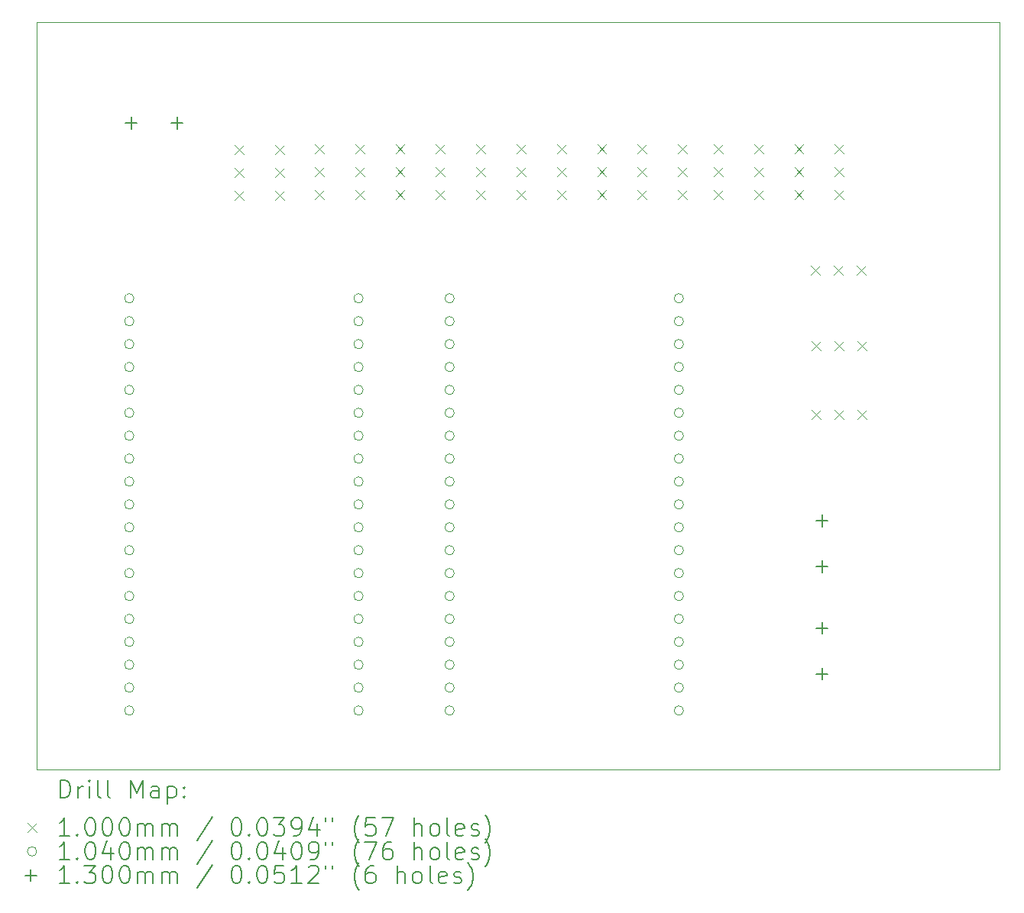
<source format=gbr>
%TF.GenerationSoftware,KiCad,Pcbnew,8.0.8*%
%TF.CreationDate,2025-01-21T20:47:09-05:00*%
%TF.ProjectId,Pit_Droid_Controller,5069745f-4472-46f6-9964-5f436f6e7472,rev?*%
%TF.SameCoordinates,Original*%
%TF.FileFunction,Drillmap*%
%TF.FilePolarity,Positive*%
%FSLAX45Y45*%
G04 Gerber Fmt 4.5, Leading zero omitted, Abs format (unit mm)*
G04 Created by KiCad (PCBNEW 8.0.8) date 2025-01-21 20:47:09*
%MOMM*%
%LPD*%
G01*
G04 APERTURE LIST*
%ADD10C,0.050000*%
%ADD11C,0.200000*%
%ADD12C,0.100000*%
%ADD13C,0.104000*%
%ADD14C,0.130000*%
G04 APERTURE END LIST*
D10*
X7366000Y-13589000D02*
X7366000Y-5295601D01*
X18034000Y-13589000D02*
X7366000Y-13589000D01*
X18034000Y-5295600D02*
X18034000Y-13589000D01*
X7366000Y-5295601D02*
X18034000Y-5295600D01*
D11*
D12*
X9559513Y-6664249D02*
X9659513Y-6764249D01*
X9659513Y-6664249D02*
X9559513Y-6764249D01*
X9559513Y-6918249D02*
X9659513Y-7018249D01*
X9659513Y-6918249D02*
X9559513Y-7018249D01*
X9559513Y-7172249D02*
X9659513Y-7272249D01*
X9659513Y-7172249D02*
X9559513Y-7272249D01*
X10006432Y-6664249D02*
X10106432Y-6764249D01*
X10106432Y-6664249D02*
X10006432Y-6764249D01*
X10006432Y-6918249D02*
X10106432Y-7018249D01*
X10106432Y-6918249D02*
X10006432Y-7018249D01*
X10006432Y-7172249D02*
X10106432Y-7272249D01*
X10106432Y-7172249D02*
X10006432Y-7272249D01*
X10445360Y-6650500D02*
X10545360Y-6750500D01*
X10545360Y-6650500D02*
X10445360Y-6750500D01*
X10445360Y-6904500D02*
X10545360Y-7004500D01*
X10545360Y-6904500D02*
X10445360Y-7004500D01*
X10445360Y-7158500D02*
X10545360Y-7258500D01*
X10545360Y-7158500D02*
X10445360Y-7258500D01*
X10892278Y-6650500D02*
X10992278Y-6750500D01*
X10992278Y-6650500D02*
X10892278Y-6750500D01*
X10892278Y-6904500D02*
X10992278Y-7004500D01*
X10992278Y-6904500D02*
X10892278Y-7004500D01*
X10892278Y-7158500D02*
X10992278Y-7258500D01*
X10992278Y-7158500D02*
X10892278Y-7258500D01*
X11339196Y-6650500D02*
X11439196Y-6750500D01*
X11439196Y-6650500D02*
X11339196Y-6750500D01*
X11339196Y-6904500D02*
X11439196Y-7004500D01*
X11439196Y-6904500D02*
X11339196Y-7004500D01*
X11339196Y-7158500D02*
X11439196Y-7258500D01*
X11439196Y-7158500D02*
X11339196Y-7258500D01*
X11786114Y-6650500D02*
X11886114Y-6750500D01*
X11886114Y-6650500D02*
X11786114Y-6750500D01*
X11786114Y-6904500D02*
X11886114Y-7004500D01*
X11886114Y-6904500D02*
X11786114Y-7004500D01*
X11786114Y-7158500D02*
X11886114Y-7258500D01*
X11886114Y-7158500D02*
X11786114Y-7258500D01*
X12233032Y-6650500D02*
X12333032Y-6750500D01*
X12333032Y-6650500D02*
X12233032Y-6750500D01*
X12233032Y-6904500D02*
X12333032Y-7004500D01*
X12333032Y-6904500D02*
X12233032Y-7004500D01*
X12233032Y-7158500D02*
X12333032Y-7258500D01*
X12333032Y-7158500D02*
X12233032Y-7258500D01*
X12679951Y-6650500D02*
X12779951Y-6750500D01*
X12779951Y-6650500D02*
X12679951Y-6750500D01*
X12679951Y-6904500D02*
X12779951Y-7004500D01*
X12779951Y-6904500D02*
X12679951Y-7004500D01*
X12679951Y-7158500D02*
X12779951Y-7258500D01*
X12779951Y-7158500D02*
X12679951Y-7258500D01*
X13126869Y-6650500D02*
X13226869Y-6750500D01*
X13226869Y-6650500D02*
X13126869Y-6750500D01*
X13126869Y-6904500D02*
X13226869Y-7004500D01*
X13226869Y-6904500D02*
X13126869Y-7004500D01*
X13126869Y-7158500D02*
X13226869Y-7258500D01*
X13226869Y-7158500D02*
X13126869Y-7258500D01*
X13573787Y-6650500D02*
X13673787Y-6750500D01*
X13673787Y-6650500D02*
X13573787Y-6750500D01*
X13573787Y-6904500D02*
X13673787Y-7004500D01*
X13673787Y-6904500D02*
X13573787Y-7004500D01*
X13573787Y-7158500D02*
X13673787Y-7258500D01*
X13673787Y-7158500D02*
X13573787Y-7258500D01*
X14020705Y-6650500D02*
X14120705Y-6750500D01*
X14120705Y-6650500D02*
X14020705Y-6750500D01*
X14020705Y-6904500D02*
X14120705Y-7004500D01*
X14120705Y-6904500D02*
X14020705Y-7004500D01*
X14020705Y-7158500D02*
X14120705Y-7258500D01*
X14120705Y-7158500D02*
X14020705Y-7258500D01*
X14467623Y-6650500D02*
X14567623Y-6750500D01*
X14567623Y-6650500D02*
X14467623Y-6750500D01*
X14467623Y-6904500D02*
X14567623Y-7004500D01*
X14567623Y-6904500D02*
X14467623Y-7004500D01*
X14467623Y-7158500D02*
X14567623Y-7258500D01*
X14567623Y-7158500D02*
X14467623Y-7258500D01*
X14864464Y-6650500D02*
X14964464Y-6750500D01*
X14964464Y-6650500D02*
X14864464Y-6750500D01*
X14864464Y-6904500D02*
X14964464Y-7004500D01*
X14964464Y-6904500D02*
X14864464Y-7004500D01*
X14864464Y-7158500D02*
X14964464Y-7258500D01*
X14964464Y-7158500D02*
X14864464Y-7258500D01*
X15311382Y-6650500D02*
X15411382Y-6750500D01*
X15411382Y-6650500D02*
X15311382Y-6750500D01*
X15311382Y-6904500D02*
X15411382Y-7004500D01*
X15411382Y-6904500D02*
X15311382Y-7004500D01*
X15311382Y-7158500D02*
X15411382Y-7258500D01*
X15411382Y-7158500D02*
X15311382Y-7258500D01*
X15758300Y-6650500D02*
X15858300Y-6750500D01*
X15858300Y-6650500D02*
X15758300Y-6750500D01*
X15758300Y-6904500D02*
X15858300Y-7004500D01*
X15858300Y-6904500D02*
X15758300Y-7004500D01*
X15758300Y-7158500D02*
X15858300Y-7258500D01*
X15858300Y-7158500D02*
X15758300Y-7258500D01*
X15939408Y-7998803D02*
X16039408Y-8098803D01*
X16039408Y-7998803D02*
X15939408Y-8098803D01*
X15952000Y-8840000D02*
X16052000Y-8940000D01*
X16052000Y-8840000D02*
X15952000Y-8940000D01*
X15952000Y-9602000D02*
X16052000Y-9702000D01*
X16052000Y-9602000D02*
X15952000Y-9702000D01*
X16193408Y-7998803D02*
X16293408Y-8098803D01*
X16293408Y-7998803D02*
X16193408Y-8098803D01*
X16205219Y-6650500D02*
X16305219Y-6750500D01*
X16305219Y-6650500D02*
X16205219Y-6750500D01*
X16205219Y-6904500D02*
X16305219Y-7004500D01*
X16305219Y-6904500D02*
X16205219Y-7004500D01*
X16205219Y-7158500D02*
X16305219Y-7258500D01*
X16305219Y-7158500D02*
X16205219Y-7258500D01*
X16206000Y-8840000D02*
X16306000Y-8940000D01*
X16306000Y-8840000D02*
X16206000Y-8940000D01*
X16206000Y-9602000D02*
X16306000Y-9702000D01*
X16306000Y-9602000D02*
X16206000Y-9702000D01*
X16447408Y-7998803D02*
X16547408Y-8098803D01*
X16547408Y-7998803D02*
X16447408Y-8098803D01*
X16460000Y-8840000D02*
X16560000Y-8940000D01*
X16560000Y-8840000D02*
X16460000Y-8940000D01*
X16460000Y-9602000D02*
X16560000Y-9702000D01*
X16560000Y-9602000D02*
X16460000Y-9702000D01*
D13*
X8440800Y-8361100D02*
G75*
G02*
X8336800Y-8361100I-52000J0D01*
G01*
X8336800Y-8361100D02*
G75*
G02*
X8440800Y-8361100I52000J0D01*
G01*
X8440800Y-8615100D02*
G75*
G02*
X8336800Y-8615100I-52000J0D01*
G01*
X8336800Y-8615100D02*
G75*
G02*
X8440800Y-8615100I52000J0D01*
G01*
X8440800Y-8869100D02*
G75*
G02*
X8336800Y-8869100I-52000J0D01*
G01*
X8336800Y-8869100D02*
G75*
G02*
X8440800Y-8869100I52000J0D01*
G01*
X8440800Y-9123100D02*
G75*
G02*
X8336800Y-9123100I-52000J0D01*
G01*
X8336800Y-9123100D02*
G75*
G02*
X8440800Y-9123100I52000J0D01*
G01*
X8440800Y-9377100D02*
G75*
G02*
X8336800Y-9377100I-52000J0D01*
G01*
X8336800Y-9377100D02*
G75*
G02*
X8440800Y-9377100I52000J0D01*
G01*
X8440800Y-9631100D02*
G75*
G02*
X8336800Y-9631100I-52000J0D01*
G01*
X8336800Y-9631100D02*
G75*
G02*
X8440800Y-9631100I52000J0D01*
G01*
X8440800Y-9885100D02*
G75*
G02*
X8336800Y-9885100I-52000J0D01*
G01*
X8336800Y-9885100D02*
G75*
G02*
X8440800Y-9885100I52000J0D01*
G01*
X8440800Y-10139100D02*
G75*
G02*
X8336800Y-10139100I-52000J0D01*
G01*
X8336800Y-10139100D02*
G75*
G02*
X8440800Y-10139100I52000J0D01*
G01*
X8440800Y-10393100D02*
G75*
G02*
X8336800Y-10393100I-52000J0D01*
G01*
X8336800Y-10393100D02*
G75*
G02*
X8440800Y-10393100I52000J0D01*
G01*
X8440800Y-10647100D02*
G75*
G02*
X8336800Y-10647100I-52000J0D01*
G01*
X8336800Y-10647100D02*
G75*
G02*
X8440800Y-10647100I52000J0D01*
G01*
X8440800Y-10901100D02*
G75*
G02*
X8336800Y-10901100I-52000J0D01*
G01*
X8336800Y-10901100D02*
G75*
G02*
X8440800Y-10901100I52000J0D01*
G01*
X8440800Y-11155100D02*
G75*
G02*
X8336800Y-11155100I-52000J0D01*
G01*
X8336800Y-11155100D02*
G75*
G02*
X8440800Y-11155100I52000J0D01*
G01*
X8440800Y-11409100D02*
G75*
G02*
X8336800Y-11409100I-52000J0D01*
G01*
X8336800Y-11409100D02*
G75*
G02*
X8440800Y-11409100I52000J0D01*
G01*
X8440800Y-11663100D02*
G75*
G02*
X8336800Y-11663100I-52000J0D01*
G01*
X8336800Y-11663100D02*
G75*
G02*
X8440800Y-11663100I52000J0D01*
G01*
X8440800Y-11917100D02*
G75*
G02*
X8336800Y-11917100I-52000J0D01*
G01*
X8336800Y-11917100D02*
G75*
G02*
X8440800Y-11917100I52000J0D01*
G01*
X8440800Y-12171100D02*
G75*
G02*
X8336800Y-12171100I-52000J0D01*
G01*
X8336800Y-12171100D02*
G75*
G02*
X8440800Y-12171100I52000J0D01*
G01*
X8440800Y-12425100D02*
G75*
G02*
X8336800Y-12425100I-52000J0D01*
G01*
X8336800Y-12425100D02*
G75*
G02*
X8440800Y-12425100I52000J0D01*
G01*
X8440800Y-12679100D02*
G75*
G02*
X8336800Y-12679100I-52000J0D01*
G01*
X8336800Y-12679100D02*
G75*
G02*
X8440800Y-12679100I52000J0D01*
G01*
X8440800Y-12933100D02*
G75*
G02*
X8336800Y-12933100I-52000J0D01*
G01*
X8336800Y-12933100D02*
G75*
G02*
X8440800Y-12933100I52000J0D01*
G01*
X10980800Y-8361100D02*
G75*
G02*
X10876800Y-8361100I-52000J0D01*
G01*
X10876800Y-8361100D02*
G75*
G02*
X10980800Y-8361100I52000J0D01*
G01*
X10980800Y-8615100D02*
G75*
G02*
X10876800Y-8615100I-52000J0D01*
G01*
X10876800Y-8615100D02*
G75*
G02*
X10980800Y-8615100I52000J0D01*
G01*
X10980800Y-8869100D02*
G75*
G02*
X10876800Y-8869100I-52000J0D01*
G01*
X10876800Y-8869100D02*
G75*
G02*
X10980800Y-8869100I52000J0D01*
G01*
X10980800Y-9123100D02*
G75*
G02*
X10876800Y-9123100I-52000J0D01*
G01*
X10876800Y-9123100D02*
G75*
G02*
X10980800Y-9123100I52000J0D01*
G01*
X10980800Y-9377100D02*
G75*
G02*
X10876800Y-9377100I-52000J0D01*
G01*
X10876800Y-9377100D02*
G75*
G02*
X10980800Y-9377100I52000J0D01*
G01*
X10980800Y-9631100D02*
G75*
G02*
X10876800Y-9631100I-52000J0D01*
G01*
X10876800Y-9631100D02*
G75*
G02*
X10980800Y-9631100I52000J0D01*
G01*
X10980800Y-9885100D02*
G75*
G02*
X10876800Y-9885100I-52000J0D01*
G01*
X10876800Y-9885100D02*
G75*
G02*
X10980800Y-9885100I52000J0D01*
G01*
X10980800Y-10139100D02*
G75*
G02*
X10876800Y-10139100I-52000J0D01*
G01*
X10876800Y-10139100D02*
G75*
G02*
X10980800Y-10139100I52000J0D01*
G01*
X10980800Y-10393100D02*
G75*
G02*
X10876800Y-10393100I-52000J0D01*
G01*
X10876800Y-10393100D02*
G75*
G02*
X10980800Y-10393100I52000J0D01*
G01*
X10980800Y-10647100D02*
G75*
G02*
X10876800Y-10647100I-52000J0D01*
G01*
X10876800Y-10647100D02*
G75*
G02*
X10980800Y-10647100I52000J0D01*
G01*
X10980800Y-10901100D02*
G75*
G02*
X10876800Y-10901100I-52000J0D01*
G01*
X10876800Y-10901100D02*
G75*
G02*
X10980800Y-10901100I52000J0D01*
G01*
X10980800Y-11155100D02*
G75*
G02*
X10876800Y-11155100I-52000J0D01*
G01*
X10876800Y-11155100D02*
G75*
G02*
X10980800Y-11155100I52000J0D01*
G01*
X10980800Y-11409100D02*
G75*
G02*
X10876800Y-11409100I-52000J0D01*
G01*
X10876800Y-11409100D02*
G75*
G02*
X10980800Y-11409100I52000J0D01*
G01*
X10980800Y-11663100D02*
G75*
G02*
X10876800Y-11663100I-52000J0D01*
G01*
X10876800Y-11663100D02*
G75*
G02*
X10980800Y-11663100I52000J0D01*
G01*
X10980800Y-11917100D02*
G75*
G02*
X10876800Y-11917100I-52000J0D01*
G01*
X10876800Y-11917100D02*
G75*
G02*
X10980800Y-11917100I52000J0D01*
G01*
X10980800Y-12171100D02*
G75*
G02*
X10876800Y-12171100I-52000J0D01*
G01*
X10876800Y-12171100D02*
G75*
G02*
X10980800Y-12171100I52000J0D01*
G01*
X10980800Y-12425100D02*
G75*
G02*
X10876800Y-12425100I-52000J0D01*
G01*
X10876800Y-12425100D02*
G75*
G02*
X10980800Y-12425100I52000J0D01*
G01*
X10980800Y-12679100D02*
G75*
G02*
X10876800Y-12679100I-52000J0D01*
G01*
X10876800Y-12679100D02*
G75*
G02*
X10980800Y-12679100I52000J0D01*
G01*
X10980800Y-12933100D02*
G75*
G02*
X10876800Y-12933100I-52000J0D01*
G01*
X10876800Y-12933100D02*
G75*
G02*
X10980800Y-12933100I52000J0D01*
G01*
X11990000Y-8361100D02*
G75*
G02*
X11886000Y-8361100I-52000J0D01*
G01*
X11886000Y-8361100D02*
G75*
G02*
X11990000Y-8361100I52000J0D01*
G01*
X11990000Y-8615100D02*
G75*
G02*
X11886000Y-8615100I-52000J0D01*
G01*
X11886000Y-8615100D02*
G75*
G02*
X11990000Y-8615100I52000J0D01*
G01*
X11990000Y-8869100D02*
G75*
G02*
X11886000Y-8869100I-52000J0D01*
G01*
X11886000Y-8869100D02*
G75*
G02*
X11990000Y-8869100I52000J0D01*
G01*
X11990000Y-9123100D02*
G75*
G02*
X11886000Y-9123100I-52000J0D01*
G01*
X11886000Y-9123100D02*
G75*
G02*
X11990000Y-9123100I52000J0D01*
G01*
X11990000Y-9377100D02*
G75*
G02*
X11886000Y-9377100I-52000J0D01*
G01*
X11886000Y-9377100D02*
G75*
G02*
X11990000Y-9377100I52000J0D01*
G01*
X11990000Y-9631100D02*
G75*
G02*
X11886000Y-9631100I-52000J0D01*
G01*
X11886000Y-9631100D02*
G75*
G02*
X11990000Y-9631100I52000J0D01*
G01*
X11990000Y-9885100D02*
G75*
G02*
X11886000Y-9885100I-52000J0D01*
G01*
X11886000Y-9885100D02*
G75*
G02*
X11990000Y-9885100I52000J0D01*
G01*
X11990000Y-10139100D02*
G75*
G02*
X11886000Y-10139100I-52000J0D01*
G01*
X11886000Y-10139100D02*
G75*
G02*
X11990000Y-10139100I52000J0D01*
G01*
X11990000Y-10393100D02*
G75*
G02*
X11886000Y-10393100I-52000J0D01*
G01*
X11886000Y-10393100D02*
G75*
G02*
X11990000Y-10393100I52000J0D01*
G01*
X11990000Y-10647100D02*
G75*
G02*
X11886000Y-10647100I-52000J0D01*
G01*
X11886000Y-10647100D02*
G75*
G02*
X11990000Y-10647100I52000J0D01*
G01*
X11990000Y-10901100D02*
G75*
G02*
X11886000Y-10901100I-52000J0D01*
G01*
X11886000Y-10901100D02*
G75*
G02*
X11990000Y-10901100I52000J0D01*
G01*
X11990000Y-11155100D02*
G75*
G02*
X11886000Y-11155100I-52000J0D01*
G01*
X11886000Y-11155100D02*
G75*
G02*
X11990000Y-11155100I52000J0D01*
G01*
X11990000Y-11409100D02*
G75*
G02*
X11886000Y-11409100I-52000J0D01*
G01*
X11886000Y-11409100D02*
G75*
G02*
X11990000Y-11409100I52000J0D01*
G01*
X11990000Y-11663100D02*
G75*
G02*
X11886000Y-11663100I-52000J0D01*
G01*
X11886000Y-11663100D02*
G75*
G02*
X11990000Y-11663100I52000J0D01*
G01*
X11990000Y-11917100D02*
G75*
G02*
X11886000Y-11917100I-52000J0D01*
G01*
X11886000Y-11917100D02*
G75*
G02*
X11990000Y-11917100I52000J0D01*
G01*
X11990000Y-12171100D02*
G75*
G02*
X11886000Y-12171100I-52000J0D01*
G01*
X11886000Y-12171100D02*
G75*
G02*
X11990000Y-12171100I52000J0D01*
G01*
X11990000Y-12425100D02*
G75*
G02*
X11886000Y-12425100I-52000J0D01*
G01*
X11886000Y-12425100D02*
G75*
G02*
X11990000Y-12425100I52000J0D01*
G01*
X11990000Y-12679100D02*
G75*
G02*
X11886000Y-12679100I-52000J0D01*
G01*
X11886000Y-12679100D02*
G75*
G02*
X11990000Y-12679100I52000J0D01*
G01*
X11990000Y-12933100D02*
G75*
G02*
X11886000Y-12933100I-52000J0D01*
G01*
X11886000Y-12933100D02*
G75*
G02*
X11990000Y-12933100I52000J0D01*
G01*
X14530000Y-8361100D02*
G75*
G02*
X14426000Y-8361100I-52000J0D01*
G01*
X14426000Y-8361100D02*
G75*
G02*
X14530000Y-8361100I52000J0D01*
G01*
X14530000Y-8615100D02*
G75*
G02*
X14426000Y-8615100I-52000J0D01*
G01*
X14426000Y-8615100D02*
G75*
G02*
X14530000Y-8615100I52000J0D01*
G01*
X14530000Y-8869100D02*
G75*
G02*
X14426000Y-8869100I-52000J0D01*
G01*
X14426000Y-8869100D02*
G75*
G02*
X14530000Y-8869100I52000J0D01*
G01*
X14530000Y-9123100D02*
G75*
G02*
X14426000Y-9123100I-52000J0D01*
G01*
X14426000Y-9123100D02*
G75*
G02*
X14530000Y-9123100I52000J0D01*
G01*
X14530000Y-9377100D02*
G75*
G02*
X14426000Y-9377100I-52000J0D01*
G01*
X14426000Y-9377100D02*
G75*
G02*
X14530000Y-9377100I52000J0D01*
G01*
X14530000Y-9631100D02*
G75*
G02*
X14426000Y-9631100I-52000J0D01*
G01*
X14426000Y-9631100D02*
G75*
G02*
X14530000Y-9631100I52000J0D01*
G01*
X14530000Y-9885100D02*
G75*
G02*
X14426000Y-9885100I-52000J0D01*
G01*
X14426000Y-9885100D02*
G75*
G02*
X14530000Y-9885100I52000J0D01*
G01*
X14530000Y-10139100D02*
G75*
G02*
X14426000Y-10139100I-52000J0D01*
G01*
X14426000Y-10139100D02*
G75*
G02*
X14530000Y-10139100I52000J0D01*
G01*
X14530000Y-10393100D02*
G75*
G02*
X14426000Y-10393100I-52000J0D01*
G01*
X14426000Y-10393100D02*
G75*
G02*
X14530000Y-10393100I52000J0D01*
G01*
X14530000Y-10647100D02*
G75*
G02*
X14426000Y-10647100I-52000J0D01*
G01*
X14426000Y-10647100D02*
G75*
G02*
X14530000Y-10647100I52000J0D01*
G01*
X14530000Y-10901100D02*
G75*
G02*
X14426000Y-10901100I-52000J0D01*
G01*
X14426000Y-10901100D02*
G75*
G02*
X14530000Y-10901100I52000J0D01*
G01*
X14530000Y-11155100D02*
G75*
G02*
X14426000Y-11155100I-52000J0D01*
G01*
X14426000Y-11155100D02*
G75*
G02*
X14530000Y-11155100I52000J0D01*
G01*
X14530000Y-11409100D02*
G75*
G02*
X14426000Y-11409100I-52000J0D01*
G01*
X14426000Y-11409100D02*
G75*
G02*
X14530000Y-11409100I52000J0D01*
G01*
X14530000Y-11663100D02*
G75*
G02*
X14426000Y-11663100I-52000J0D01*
G01*
X14426000Y-11663100D02*
G75*
G02*
X14530000Y-11663100I52000J0D01*
G01*
X14530000Y-11917100D02*
G75*
G02*
X14426000Y-11917100I-52000J0D01*
G01*
X14426000Y-11917100D02*
G75*
G02*
X14530000Y-11917100I52000J0D01*
G01*
X14530000Y-12171100D02*
G75*
G02*
X14426000Y-12171100I-52000J0D01*
G01*
X14426000Y-12171100D02*
G75*
G02*
X14530000Y-12171100I52000J0D01*
G01*
X14530000Y-12425100D02*
G75*
G02*
X14426000Y-12425100I-52000J0D01*
G01*
X14426000Y-12425100D02*
G75*
G02*
X14530000Y-12425100I52000J0D01*
G01*
X14530000Y-12679100D02*
G75*
G02*
X14426000Y-12679100I-52000J0D01*
G01*
X14426000Y-12679100D02*
G75*
G02*
X14530000Y-12679100I52000J0D01*
G01*
X14530000Y-12933100D02*
G75*
G02*
X14426000Y-12933100I-52000J0D01*
G01*
X14426000Y-12933100D02*
G75*
G02*
X14530000Y-12933100I52000J0D01*
G01*
D14*
X8409100Y-6350500D02*
X8409100Y-6480500D01*
X8344100Y-6415500D02*
X8474100Y-6415500D01*
X8917100Y-6350500D02*
X8917100Y-6480500D01*
X8852100Y-6415500D02*
X8982100Y-6415500D01*
X16063600Y-10762300D02*
X16063600Y-10892300D01*
X15998600Y-10827300D02*
X16128600Y-10827300D01*
X16063600Y-11270300D02*
X16063600Y-11400300D01*
X15998600Y-11335300D02*
X16128600Y-11335300D01*
X16063600Y-11953700D02*
X16063600Y-12083700D01*
X15998600Y-12018700D02*
X16128600Y-12018700D01*
X16063600Y-12461700D02*
X16063600Y-12591700D01*
X15998600Y-12526700D02*
X16128600Y-12526700D01*
D11*
X7624277Y-13902984D02*
X7624277Y-13702984D01*
X7624277Y-13702984D02*
X7671896Y-13702984D01*
X7671896Y-13702984D02*
X7700467Y-13712508D01*
X7700467Y-13712508D02*
X7719515Y-13731555D01*
X7719515Y-13731555D02*
X7729039Y-13750603D01*
X7729039Y-13750603D02*
X7738562Y-13788698D01*
X7738562Y-13788698D02*
X7738562Y-13817269D01*
X7738562Y-13817269D02*
X7729039Y-13855365D01*
X7729039Y-13855365D02*
X7719515Y-13874412D01*
X7719515Y-13874412D02*
X7700467Y-13893460D01*
X7700467Y-13893460D02*
X7671896Y-13902984D01*
X7671896Y-13902984D02*
X7624277Y-13902984D01*
X7824277Y-13902984D02*
X7824277Y-13769650D01*
X7824277Y-13807746D02*
X7833801Y-13788698D01*
X7833801Y-13788698D02*
X7843324Y-13779174D01*
X7843324Y-13779174D02*
X7862372Y-13769650D01*
X7862372Y-13769650D02*
X7881420Y-13769650D01*
X7948086Y-13902984D02*
X7948086Y-13769650D01*
X7948086Y-13702984D02*
X7938562Y-13712508D01*
X7938562Y-13712508D02*
X7948086Y-13722031D01*
X7948086Y-13722031D02*
X7957610Y-13712508D01*
X7957610Y-13712508D02*
X7948086Y-13702984D01*
X7948086Y-13702984D02*
X7948086Y-13722031D01*
X8071896Y-13902984D02*
X8052848Y-13893460D01*
X8052848Y-13893460D02*
X8043324Y-13874412D01*
X8043324Y-13874412D02*
X8043324Y-13702984D01*
X8176658Y-13902984D02*
X8157610Y-13893460D01*
X8157610Y-13893460D02*
X8148086Y-13874412D01*
X8148086Y-13874412D02*
X8148086Y-13702984D01*
X8405229Y-13902984D02*
X8405229Y-13702984D01*
X8405229Y-13702984D02*
X8471896Y-13845841D01*
X8471896Y-13845841D02*
X8538563Y-13702984D01*
X8538563Y-13702984D02*
X8538563Y-13902984D01*
X8719515Y-13902984D02*
X8719515Y-13798222D01*
X8719515Y-13798222D02*
X8709991Y-13779174D01*
X8709991Y-13779174D02*
X8690944Y-13769650D01*
X8690944Y-13769650D02*
X8652848Y-13769650D01*
X8652848Y-13769650D02*
X8633801Y-13779174D01*
X8719515Y-13893460D02*
X8700467Y-13902984D01*
X8700467Y-13902984D02*
X8652848Y-13902984D01*
X8652848Y-13902984D02*
X8633801Y-13893460D01*
X8633801Y-13893460D02*
X8624277Y-13874412D01*
X8624277Y-13874412D02*
X8624277Y-13855365D01*
X8624277Y-13855365D02*
X8633801Y-13836317D01*
X8633801Y-13836317D02*
X8652848Y-13826793D01*
X8652848Y-13826793D02*
X8700467Y-13826793D01*
X8700467Y-13826793D02*
X8719515Y-13817269D01*
X8814753Y-13769650D02*
X8814753Y-13969650D01*
X8814753Y-13779174D02*
X8833801Y-13769650D01*
X8833801Y-13769650D02*
X8871896Y-13769650D01*
X8871896Y-13769650D02*
X8890944Y-13779174D01*
X8890944Y-13779174D02*
X8900467Y-13788698D01*
X8900467Y-13788698D02*
X8909991Y-13807746D01*
X8909991Y-13807746D02*
X8909991Y-13864888D01*
X8909991Y-13864888D02*
X8900467Y-13883936D01*
X8900467Y-13883936D02*
X8890944Y-13893460D01*
X8890944Y-13893460D02*
X8871896Y-13902984D01*
X8871896Y-13902984D02*
X8833801Y-13902984D01*
X8833801Y-13902984D02*
X8814753Y-13893460D01*
X8995705Y-13883936D02*
X9005229Y-13893460D01*
X9005229Y-13893460D02*
X8995705Y-13902984D01*
X8995705Y-13902984D02*
X8986182Y-13893460D01*
X8986182Y-13893460D02*
X8995705Y-13883936D01*
X8995705Y-13883936D02*
X8995705Y-13902984D01*
X8995705Y-13779174D02*
X9005229Y-13788698D01*
X9005229Y-13788698D02*
X8995705Y-13798222D01*
X8995705Y-13798222D02*
X8986182Y-13788698D01*
X8986182Y-13788698D02*
X8995705Y-13779174D01*
X8995705Y-13779174D02*
X8995705Y-13798222D01*
D12*
X7263500Y-14181500D02*
X7363500Y-14281500D01*
X7363500Y-14181500D02*
X7263500Y-14281500D01*
D11*
X7729039Y-14322984D02*
X7614753Y-14322984D01*
X7671896Y-14322984D02*
X7671896Y-14122984D01*
X7671896Y-14122984D02*
X7652848Y-14151555D01*
X7652848Y-14151555D02*
X7633801Y-14170603D01*
X7633801Y-14170603D02*
X7614753Y-14180127D01*
X7814753Y-14303936D02*
X7824277Y-14313460D01*
X7824277Y-14313460D02*
X7814753Y-14322984D01*
X7814753Y-14322984D02*
X7805229Y-14313460D01*
X7805229Y-14313460D02*
X7814753Y-14303936D01*
X7814753Y-14303936D02*
X7814753Y-14322984D01*
X7948086Y-14122984D02*
X7967134Y-14122984D01*
X7967134Y-14122984D02*
X7986182Y-14132508D01*
X7986182Y-14132508D02*
X7995705Y-14142031D01*
X7995705Y-14142031D02*
X8005229Y-14161079D01*
X8005229Y-14161079D02*
X8014753Y-14199174D01*
X8014753Y-14199174D02*
X8014753Y-14246793D01*
X8014753Y-14246793D02*
X8005229Y-14284888D01*
X8005229Y-14284888D02*
X7995705Y-14303936D01*
X7995705Y-14303936D02*
X7986182Y-14313460D01*
X7986182Y-14313460D02*
X7967134Y-14322984D01*
X7967134Y-14322984D02*
X7948086Y-14322984D01*
X7948086Y-14322984D02*
X7929039Y-14313460D01*
X7929039Y-14313460D02*
X7919515Y-14303936D01*
X7919515Y-14303936D02*
X7909991Y-14284888D01*
X7909991Y-14284888D02*
X7900467Y-14246793D01*
X7900467Y-14246793D02*
X7900467Y-14199174D01*
X7900467Y-14199174D02*
X7909991Y-14161079D01*
X7909991Y-14161079D02*
X7919515Y-14142031D01*
X7919515Y-14142031D02*
X7929039Y-14132508D01*
X7929039Y-14132508D02*
X7948086Y-14122984D01*
X8138562Y-14122984D02*
X8157610Y-14122984D01*
X8157610Y-14122984D02*
X8176658Y-14132508D01*
X8176658Y-14132508D02*
X8186182Y-14142031D01*
X8186182Y-14142031D02*
X8195705Y-14161079D01*
X8195705Y-14161079D02*
X8205229Y-14199174D01*
X8205229Y-14199174D02*
X8205229Y-14246793D01*
X8205229Y-14246793D02*
X8195705Y-14284888D01*
X8195705Y-14284888D02*
X8186182Y-14303936D01*
X8186182Y-14303936D02*
X8176658Y-14313460D01*
X8176658Y-14313460D02*
X8157610Y-14322984D01*
X8157610Y-14322984D02*
X8138562Y-14322984D01*
X8138562Y-14322984D02*
X8119515Y-14313460D01*
X8119515Y-14313460D02*
X8109991Y-14303936D01*
X8109991Y-14303936D02*
X8100467Y-14284888D01*
X8100467Y-14284888D02*
X8090943Y-14246793D01*
X8090943Y-14246793D02*
X8090943Y-14199174D01*
X8090943Y-14199174D02*
X8100467Y-14161079D01*
X8100467Y-14161079D02*
X8109991Y-14142031D01*
X8109991Y-14142031D02*
X8119515Y-14132508D01*
X8119515Y-14132508D02*
X8138562Y-14122984D01*
X8329039Y-14122984D02*
X8348086Y-14122984D01*
X8348086Y-14122984D02*
X8367134Y-14132508D01*
X8367134Y-14132508D02*
X8376658Y-14142031D01*
X8376658Y-14142031D02*
X8386182Y-14161079D01*
X8386182Y-14161079D02*
X8395705Y-14199174D01*
X8395705Y-14199174D02*
X8395705Y-14246793D01*
X8395705Y-14246793D02*
X8386182Y-14284888D01*
X8386182Y-14284888D02*
X8376658Y-14303936D01*
X8376658Y-14303936D02*
X8367134Y-14313460D01*
X8367134Y-14313460D02*
X8348086Y-14322984D01*
X8348086Y-14322984D02*
X8329039Y-14322984D01*
X8329039Y-14322984D02*
X8309991Y-14313460D01*
X8309991Y-14313460D02*
X8300467Y-14303936D01*
X8300467Y-14303936D02*
X8290943Y-14284888D01*
X8290943Y-14284888D02*
X8281420Y-14246793D01*
X8281420Y-14246793D02*
X8281420Y-14199174D01*
X8281420Y-14199174D02*
X8290943Y-14161079D01*
X8290943Y-14161079D02*
X8300467Y-14142031D01*
X8300467Y-14142031D02*
X8309991Y-14132508D01*
X8309991Y-14132508D02*
X8329039Y-14122984D01*
X8481420Y-14322984D02*
X8481420Y-14189650D01*
X8481420Y-14208698D02*
X8490944Y-14199174D01*
X8490944Y-14199174D02*
X8509991Y-14189650D01*
X8509991Y-14189650D02*
X8538563Y-14189650D01*
X8538563Y-14189650D02*
X8557610Y-14199174D01*
X8557610Y-14199174D02*
X8567134Y-14218222D01*
X8567134Y-14218222D02*
X8567134Y-14322984D01*
X8567134Y-14218222D02*
X8576658Y-14199174D01*
X8576658Y-14199174D02*
X8595705Y-14189650D01*
X8595705Y-14189650D02*
X8624277Y-14189650D01*
X8624277Y-14189650D02*
X8643325Y-14199174D01*
X8643325Y-14199174D02*
X8652848Y-14218222D01*
X8652848Y-14218222D02*
X8652848Y-14322984D01*
X8748086Y-14322984D02*
X8748086Y-14189650D01*
X8748086Y-14208698D02*
X8757610Y-14199174D01*
X8757610Y-14199174D02*
X8776658Y-14189650D01*
X8776658Y-14189650D02*
X8805229Y-14189650D01*
X8805229Y-14189650D02*
X8824277Y-14199174D01*
X8824277Y-14199174D02*
X8833801Y-14218222D01*
X8833801Y-14218222D02*
X8833801Y-14322984D01*
X8833801Y-14218222D02*
X8843325Y-14199174D01*
X8843325Y-14199174D02*
X8862372Y-14189650D01*
X8862372Y-14189650D02*
X8890944Y-14189650D01*
X8890944Y-14189650D02*
X8909991Y-14199174D01*
X8909991Y-14199174D02*
X8919515Y-14218222D01*
X8919515Y-14218222D02*
X8919515Y-14322984D01*
X9309991Y-14113460D02*
X9138563Y-14370603D01*
X9567134Y-14122984D02*
X9586182Y-14122984D01*
X9586182Y-14122984D02*
X9605229Y-14132508D01*
X9605229Y-14132508D02*
X9614753Y-14142031D01*
X9614753Y-14142031D02*
X9624277Y-14161079D01*
X9624277Y-14161079D02*
X9633801Y-14199174D01*
X9633801Y-14199174D02*
X9633801Y-14246793D01*
X9633801Y-14246793D02*
X9624277Y-14284888D01*
X9624277Y-14284888D02*
X9614753Y-14303936D01*
X9614753Y-14303936D02*
X9605229Y-14313460D01*
X9605229Y-14313460D02*
X9586182Y-14322984D01*
X9586182Y-14322984D02*
X9567134Y-14322984D01*
X9567134Y-14322984D02*
X9548087Y-14313460D01*
X9548087Y-14313460D02*
X9538563Y-14303936D01*
X9538563Y-14303936D02*
X9529039Y-14284888D01*
X9529039Y-14284888D02*
X9519515Y-14246793D01*
X9519515Y-14246793D02*
X9519515Y-14199174D01*
X9519515Y-14199174D02*
X9529039Y-14161079D01*
X9529039Y-14161079D02*
X9538563Y-14142031D01*
X9538563Y-14142031D02*
X9548087Y-14132508D01*
X9548087Y-14132508D02*
X9567134Y-14122984D01*
X9719515Y-14303936D02*
X9729039Y-14313460D01*
X9729039Y-14313460D02*
X9719515Y-14322984D01*
X9719515Y-14322984D02*
X9709991Y-14313460D01*
X9709991Y-14313460D02*
X9719515Y-14303936D01*
X9719515Y-14303936D02*
X9719515Y-14322984D01*
X9852848Y-14122984D02*
X9871896Y-14122984D01*
X9871896Y-14122984D02*
X9890944Y-14132508D01*
X9890944Y-14132508D02*
X9900468Y-14142031D01*
X9900468Y-14142031D02*
X9909991Y-14161079D01*
X9909991Y-14161079D02*
X9919515Y-14199174D01*
X9919515Y-14199174D02*
X9919515Y-14246793D01*
X9919515Y-14246793D02*
X9909991Y-14284888D01*
X9909991Y-14284888D02*
X9900468Y-14303936D01*
X9900468Y-14303936D02*
X9890944Y-14313460D01*
X9890944Y-14313460D02*
X9871896Y-14322984D01*
X9871896Y-14322984D02*
X9852848Y-14322984D01*
X9852848Y-14322984D02*
X9833801Y-14313460D01*
X9833801Y-14313460D02*
X9824277Y-14303936D01*
X9824277Y-14303936D02*
X9814753Y-14284888D01*
X9814753Y-14284888D02*
X9805229Y-14246793D01*
X9805229Y-14246793D02*
X9805229Y-14199174D01*
X9805229Y-14199174D02*
X9814753Y-14161079D01*
X9814753Y-14161079D02*
X9824277Y-14142031D01*
X9824277Y-14142031D02*
X9833801Y-14132508D01*
X9833801Y-14132508D02*
X9852848Y-14122984D01*
X9986182Y-14122984D02*
X10109991Y-14122984D01*
X10109991Y-14122984D02*
X10043325Y-14199174D01*
X10043325Y-14199174D02*
X10071896Y-14199174D01*
X10071896Y-14199174D02*
X10090944Y-14208698D01*
X10090944Y-14208698D02*
X10100468Y-14218222D01*
X10100468Y-14218222D02*
X10109991Y-14237269D01*
X10109991Y-14237269D02*
X10109991Y-14284888D01*
X10109991Y-14284888D02*
X10100468Y-14303936D01*
X10100468Y-14303936D02*
X10090944Y-14313460D01*
X10090944Y-14313460D02*
X10071896Y-14322984D01*
X10071896Y-14322984D02*
X10014753Y-14322984D01*
X10014753Y-14322984D02*
X9995706Y-14313460D01*
X9995706Y-14313460D02*
X9986182Y-14303936D01*
X10205229Y-14322984D02*
X10243325Y-14322984D01*
X10243325Y-14322984D02*
X10262372Y-14313460D01*
X10262372Y-14313460D02*
X10271896Y-14303936D01*
X10271896Y-14303936D02*
X10290944Y-14275365D01*
X10290944Y-14275365D02*
X10300468Y-14237269D01*
X10300468Y-14237269D02*
X10300468Y-14161079D01*
X10300468Y-14161079D02*
X10290944Y-14142031D01*
X10290944Y-14142031D02*
X10281420Y-14132508D01*
X10281420Y-14132508D02*
X10262372Y-14122984D01*
X10262372Y-14122984D02*
X10224277Y-14122984D01*
X10224277Y-14122984D02*
X10205229Y-14132508D01*
X10205229Y-14132508D02*
X10195706Y-14142031D01*
X10195706Y-14142031D02*
X10186182Y-14161079D01*
X10186182Y-14161079D02*
X10186182Y-14208698D01*
X10186182Y-14208698D02*
X10195706Y-14227746D01*
X10195706Y-14227746D02*
X10205229Y-14237269D01*
X10205229Y-14237269D02*
X10224277Y-14246793D01*
X10224277Y-14246793D02*
X10262372Y-14246793D01*
X10262372Y-14246793D02*
X10281420Y-14237269D01*
X10281420Y-14237269D02*
X10290944Y-14227746D01*
X10290944Y-14227746D02*
X10300468Y-14208698D01*
X10471896Y-14189650D02*
X10471896Y-14322984D01*
X10424277Y-14113460D02*
X10376658Y-14256317D01*
X10376658Y-14256317D02*
X10500468Y-14256317D01*
X10567134Y-14122984D02*
X10567134Y-14161079D01*
X10643325Y-14122984D02*
X10643325Y-14161079D01*
X10938563Y-14399174D02*
X10929039Y-14389650D01*
X10929039Y-14389650D02*
X10909991Y-14361079D01*
X10909991Y-14361079D02*
X10900468Y-14342031D01*
X10900468Y-14342031D02*
X10890944Y-14313460D01*
X10890944Y-14313460D02*
X10881420Y-14265841D01*
X10881420Y-14265841D02*
X10881420Y-14227746D01*
X10881420Y-14227746D02*
X10890944Y-14180127D01*
X10890944Y-14180127D02*
X10900468Y-14151555D01*
X10900468Y-14151555D02*
X10909991Y-14132508D01*
X10909991Y-14132508D02*
X10929039Y-14103936D01*
X10929039Y-14103936D02*
X10938563Y-14094412D01*
X11109991Y-14122984D02*
X11014753Y-14122984D01*
X11014753Y-14122984D02*
X11005230Y-14218222D01*
X11005230Y-14218222D02*
X11014753Y-14208698D01*
X11014753Y-14208698D02*
X11033801Y-14199174D01*
X11033801Y-14199174D02*
X11081420Y-14199174D01*
X11081420Y-14199174D02*
X11100468Y-14208698D01*
X11100468Y-14208698D02*
X11109991Y-14218222D01*
X11109991Y-14218222D02*
X11119515Y-14237269D01*
X11119515Y-14237269D02*
X11119515Y-14284888D01*
X11119515Y-14284888D02*
X11109991Y-14303936D01*
X11109991Y-14303936D02*
X11100468Y-14313460D01*
X11100468Y-14313460D02*
X11081420Y-14322984D01*
X11081420Y-14322984D02*
X11033801Y-14322984D01*
X11033801Y-14322984D02*
X11014753Y-14313460D01*
X11014753Y-14313460D02*
X11005230Y-14303936D01*
X11186182Y-14122984D02*
X11319515Y-14122984D01*
X11319515Y-14122984D02*
X11233801Y-14322984D01*
X11548087Y-14322984D02*
X11548087Y-14122984D01*
X11633801Y-14322984D02*
X11633801Y-14218222D01*
X11633801Y-14218222D02*
X11624277Y-14199174D01*
X11624277Y-14199174D02*
X11605230Y-14189650D01*
X11605230Y-14189650D02*
X11576658Y-14189650D01*
X11576658Y-14189650D02*
X11557610Y-14199174D01*
X11557610Y-14199174D02*
X11548087Y-14208698D01*
X11757610Y-14322984D02*
X11738563Y-14313460D01*
X11738563Y-14313460D02*
X11729039Y-14303936D01*
X11729039Y-14303936D02*
X11719515Y-14284888D01*
X11719515Y-14284888D02*
X11719515Y-14227746D01*
X11719515Y-14227746D02*
X11729039Y-14208698D01*
X11729039Y-14208698D02*
X11738563Y-14199174D01*
X11738563Y-14199174D02*
X11757610Y-14189650D01*
X11757610Y-14189650D02*
X11786182Y-14189650D01*
X11786182Y-14189650D02*
X11805230Y-14199174D01*
X11805230Y-14199174D02*
X11814753Y-14208698D01*
X11814753Y-14208698D02*
X11824277Y-14227746D01*
X11824277Y-14227746D02*
X11824277Y-14284888D01*
X11824277Y-14284888D02*
X11814753Y-14303936D01*
X11814753Y-14303936D02*
X11805230Y-14313460D01*
X11805230Y-14313460D02*
X11786182Y-14322984D01*
X11786182Y-14322984D02*
X11757610Y-14322984D01*
X11938563Y-14322984D02*
X11919515Y-14313460D01*
X11919515Y-14313460D02*
X11909991Y-14294412D01*
X11909991Y-14294412D02*
X11909991Y-14122984D01*
X12090944Y-14313460D02*
X12071896Y-14322984D01*
X12071896Y-14322984D02*
X12033801Y-14322984D01*
X12033801Y-14322984D02*
X12014753Y-14313460D01*
X12014753Y-14313460D02*
X12005230Y-14294412D01*
X12005230Y-14294412D02*
X12005230Y-14218222D01*
X12005230Y-14218222D02*
X12014753Y-14199174D01*
X12014753Y-14199174D02*
X12033801Y-14189650D01*
X12033801Y-14189650D02*
X12071896Y-14189650D01*
X12071896Y-14189650D02*
X12090944Y-14199174D01*
X12090944Y-14199174D02*
X12100468Y-14218222D01*
X12100468Y-14218222D02*
X12100468Y-14237269D01*
X12100468Y-14237269D02*
X12005230Y-14256317D01*
X12176658Y-14313460D02*
X12195706Y-14322984D01*
X12195706Y-14322984D02*
X12233801Y-14322984D01*
X12233801Y-14322984D02*
X12252849Y-14313460D01*
X12252849Y-14313460D02*
X12262372Y-14294412D01*
X12262372Y-14294412D02*
X12262372Y-14284888D01*
X12262372Y-14284888D02*
X12252849Y-14265841D01*
X12252849Y-14265841D02*
X12233801Y-14256317D01*
X12233801Y-14256317D02*
X12205230Y-14256317D01*
X12205230Y-14256317D02*
X12186182Y-14246793D01*
X12186182Y-14246793D02*
X12176658Y-14227746D01*
X12176658Y-14227746D02*
X12176658Y-14218222D01*
X12176658Y-14218222D02*
X12186182Y-14199174D01*
X12186182Y-14199174D02*
X12205230Y-14189650D01*
X12205230Y-14189650D02*
X12233801Y-14189650D01*
X12233801Y-14189650D02*
X12252849Y-14199174D01*
X12329039Y-14399174D02*
X12338563Y-14389650D01*
X12338563Y-14389650D02*
X12357611Y-14361079D01*
X12357611Y-14361079D02*
X12367134Y-14342031D01*
X12367134Y-14342031D02*
X12376658Y-14313460D01*
X12376658Y-14313460D02*
X12386182Y-14265841D01*
X12386182Y-14265841D02*
X12386182Y-14227746D01*
X12386182Y-14227746D02*
X12376658Y-14180127D01*
X12376658Y-14180127D02*
X12367134Y-14151555D01*
X12367134Y-14151555D02*
X12357611Y-14132508D01*
X12357611Y-14132508D02*
X12338563Y-14103936D01*
X12338563Y-14103936D02*
X12329039Y-14094412D01*
D13*
X7363500Y-14495500D02*
G75*
G02*
X7259500Y-14495500I-52000J0D01*
G01*
X7259500Y-14495500D02*
G75*
G02*
X7363500Y-14495500I52000J0D01*
G01*
D11*
X7729039Y-14586984D02*
X7614753Y-14586984D01*
X7671896Y-14586984D02*
X7671896Y-14386984D01*
X7671896Y-14386984D02*
X7652848Y-14415555D01*
X7652848Y-14415555D02*
X7633801Y-14434603D01*
X7633801Y-14434603D02*
X7614753Y-14444127D01*
X7814753Y-14567936D02*
X7824277Y-14577460D01*
X7824277Y-14577460D02*
X7814753Y-14586984D01*
X7814753Y-14586984D02*
X7805229Y-14577460D01*
X7805229Y-14577460D02*
X7814753Y-14567936D01*
X7814753Y-14567936D02*
X7814753Y-14586984D01*
X7948086Y-14386984D02*
X7967134Y-14386984D01*
X7967134Y-14386984D02*
X7986182Y-14396508D01*
X7986182Y-14396508D02*
X7995705Y-14406031D01*
X7995705Y-14406031D02*
X8005229Y-14425079D01*
X8005229Y-14425079D02*
X8014753Y-14463174D01*
X8014753Y-14463174D02*
X8014753Y-14510793D01*
X8014753Y-14510793D02*
X8005229Y-14548888D01*
X8005229Y-14548888D02*
X7995705Y-14567936D01*
X7995705Y-14567936D02*
X7986182Y-14577460D01*
X7986182Y-14577460D02*
X7967134Y-14586984D01*
X7967134Y-14586984D02*
X7948086Y-14586984D01*
X7948086Y-14586984D02*
X7929039Y-14577460D01*
X7929039Y-14577460D02*
X7919515Y-14567936D01*
X7919515Y-14567936D02*
X7909991Y-14548888D01*
X7909991Y-14548888D02*
X7900467Y-14510793D01*
X7900467Y-14510793D02*
X7900467Y-14463174D01*
X7900467Y-14463174D02*
X7909991Y-14425079D01*
X7909991Y-14425079D02*
X7919515Y-14406031D01*
X7919515Y-14406031D02*
X7929039Y-14396508D01*
X7929039Y-14396508D02*
X7948086Y-14386984D01*
X8186182Y-14453650D02*
X8186182Y-14586984D01*
X8138562Y-14377460D02*
X8090943Y-14520317D01*
X8090943Y-14520317D02*
X8214753Y-14520317D01*
X8329039Y-14386984D02*
X8348086Y-14386984D01*
X8348086Y-14386984D02*
X8367134Y-14396508D01*
X8367134Y-14396508D02*
X8376658Y-14406031D01*
X8376658Y-14406031D02*
X8386182Y-14425079D01*
X8386182Y-14425079D02*
X8395705Y-14463174D01*
X8395705Y-14463174D02*
X8395705Y-14510793D01*
X8395705Y-14510793D02*
X8386182Y-14548888D01*
X8386182Y-14548888D02*
X8376658Y-14567936D01*
X8376658Y-14567936D02*
X8367134Y-14577460D01*
X8367134Y-14577460D02*
X8348086Y-14586984D01*
X8348086Y-14586984D02*
X8329039Y-14586984D01*
X8329039Y-14586984D02*
X8309991Y-14577460D01*
X8309991Y-14577460D02*
X8300467Y-14567936D01*
X8300467Y-14567936D02*
X8290943Y-14548888D01*
X8290943Y-14548888D02*
X8281420Y-14510793D01*
X8281420Y-14510793D02*
X8281420Y-14463174D01*
X8281420Y-14463174D02*
X8290943Y-14425079D01*
X8290943Y-14425079D02*
X8300467Y-14406031D01*
X8300467Y-14406031D02*
X8309991Y-14396508D01*
X8309991Y-14396508D02*
X8329039Y-14386984D01*
X8481420Y-14586984D02*
X8481420Y-14453650D01*
X8481420Y-14472698D02*
X8490944Y-14463174D01*
X8490944Y-14463174D02*
X8509991Y-14453650D01*
X8509991Y-14453650D02*
X8538563Y-14453650D01*
X8538563Y-14453650D02*
X8557610Y-14463174D01*
X8557610Y-14463174D02*
X8567134Y-14482222D01*
X8567134Y-14482222D02*
X8567134Y-14586984D01*
X8567134Y-14482222D02*
X8576658Y-14463174D01*
X8576658Y-14463174D02*
X8595705Y-14453650D01*
X8595705Y-14453650D02*
X8624277Y-14453650D01*
X8624277Y-14453650D02*
X8643325Y-14463174D01*
X8643325Y-14463174D02*
X8652848Y-14482222D01*
X8652848Y-14482222D02*
X8652848Y-14586984D01*
X8748086Y-14586984D02*
X8748086Y-14453650D01*
X8748086Y-14472698D02*
X8757610Y-14463174D01*
X8757610Y-14463174D02*
X8776658Y-14453650D01*
X8776658Y-14453650D02*
X8805229Y-14453650D01*
X8805229Y-14453650D02*
X8824277Y-14463174D01*
X8824277Y-14463174D02*
X8833801Y-14482222D01*
X8833801Y-14482222D02*
X8833801Y-14586984D01*
X8833801Y-14482222D02*
X8843325Y-14463174D01*
X8843325Y-14463174D02*
X8862372Y-14453650D01*
X8862372Y-14453650D02*
X8890944Y-14453650D01*
X8890944Y-14453650D02*
X8909991Y-14463174D01*
X8909991Y-14463174D02*
X8919515Y-14482222D01*
X8919515Y-14482222D02*
X8919515Y-14586984D01*
X9309991Y-14377460D02*
X9138563Y-14634603D01*
X9567134Y-14386984D02*
X9586182Y-14386984D01*
X9586182Y-14386984D02*
X9605229Y-14396508D01*
X9605229Y-14396508D02*
X9614753Y-14406031D01*
X9614753Y-14406031D02*
X9624277Y-14425079D01*
X9624277Y-14425079D02*
X9633801Y-14463174D01*
X9633801Y-14463174D02*
X9633801Y-14510793D01*
X9633801Y-14510793D02*
X9624277Y-14548888D01*
X9624277Y-14548888D02*
X9614753Y-14567936D01*
X9614753Y-14567936D02*
X9605229Y-14577460D01*
X9605229Y-14577460D02*
X9586182Y-14586984D01*
X9586182Y-14586984D02*
X9567134Y-14586984D01*
X9567134Y-14586984D02*
X9548087Y-14577460D01*
X9548087Y-14577460D02*
X9538563Y-14567936D01*
X9538563Y-14567936D02*
X9529039Y-14548888D01*
X9529039Y-14548888D02*
X9519515Y-14510793D01*
X9519515Y-14510793D02*
X9519515Y-14463174D01*
X9519515Y-14463174D02*
X9529039Y-14425079D01*
X9529039Y-14425079D02*
X9538563Y-14406031D01*
X9538563Y-14406031D02*
X9548087Y-14396508D01*
X9548087Y-14396508D02*
X9567134Y-14386984D01*
X9719515Y-14567936D02*
X9729039Y-14577460D01*
X9729039Y-14577460D02*
X9719515Y-14586984D01*
X9719515Y-14586984D02*
X9709991Y-14577460D01*
X9709991Y-14577460D02*
X9719515Y-14567936D01*
X9719515Y-14567936D02*
X9719515Y-14586984D01*
X9852848Y-14386984D02*
X9871896Y-14386984D01*
X9871896Y-14386984D02*
X9890944Y-14396508D01*
X9890944Y-14396508D02*
X9900468Y-14406031D01*
X9900468Y-14406031D02*
X9909991Y-14425079D01*
X9909991Y-14425079D02*
X9919515Y-14463174D01*
X9919515Y-14463174D02*
X9919515Y-14510793D01*
X9919515Y-14510793D02*
X9909991Y-14548888D01*
X9909991Y-14548888D02*
X9900468Y-14567936D01*
X9900468Y-14567936D02*
X9890944Y-14577460D01*
X9890944Y-14577460D02*
X9871896Y-14586984D01*
X9871896Y-14586984D02*
X9852848Y-14586984D01*
X9852848Y-14586984D02*
X9833801Y-14577460D01*
X9833801Y-14577460D02*
X9824277Y-14567936D01*
X9824277Y-14567936D02*
X9814753Y-14548888D01*
X9814753Y-14548888D02*
X9805229Y-14510793D01*
X9805229Y-14510793D02*
X9805229Y-14463174D01*
X9805229Y-14463174D02*
X9814753Y-14425079D01*
X9814753Y-14425079D02*
X9824277Y-14406031D01*
X9824277Y-14406031D02*
X9833801Y-14396508D01*
X9833801Y-14396508D02*
X9852848Y-14386984D01*
X10090944Y-14453650D02*
X10090944Y-14586984D01*
X10043325Y-14377460D02*
X9995706Y-14520317D01*
X9995706Y-14520317D02*
X10119515Y-14520317D01*
X10233801Y-14386984D02*
X10252849Y-14386984D01*
X10252849Y-14386984D02*
X10271896Y-14396508D01*
X10271896Y-14396508D02*
X10281420Y-14406031D01*
X10281420Y-14406031D02*
X10290944Y-14425079D01*
X10290944Y-14425079D02*
X10300468Y-14463174D01*
X10300468Y-14463174D02*
X10300468Y-14510793D01*
X10300468Y-14510793D02*
X10290944Y-14548888D01*
X10290944Y-14548888D02*
X10281420Y-14567936D01*
X10281420Y-14567936D02*
X10271896Y-14577460D01*
X10271896Y-14577460D02*
X10252849Y-14586984D01*
X10252849Y-14586984D02*
X10233801Y-14586984D01*
X10233801Y-14586984D02*
X10214753Y-14577460D01*
X10214753Y-14577460D02*
X10205229Y-14567936D01*
X10205229Y-14567936D02*
X10195706Y-14548888D01*
X10195706Y-14548888D02*
X10186182Y-14510793D01*
X10186182Y-14510793D02*
X10186182Y-14463174D01*
X10186182Y-14463174D02*
X10195706Y-14425079D01*
X10195706Y-14425079D02*
X10205229Y-14406031D01*
X10205229Y-14406031D02*
X10214753Y-14396508D01*
X10214753Y-14396508D02*
X10233801Y-14386984D01*
X10395706Y-14586984D02*
X10433801Y-14586984D01*
X10433801Y-14586984D02*
X10452849Y-14577460D01*
X10452849Y-14577460D02*
X10462372Y-14567936D01*
X10462372Y-14567936D02*
X10481420Y-14539365D01*
X10481420Y-14539365D02*
X10490944Y-14501269D01*
X10490944Y-14501269D02*
X10490944Y-14425079D01*
X10490944Y-14425079D02*
X10481420Y-14406031D01*
X10481420Y-14406031D02*
X10471896Y-14396508D01*
X10471896Y-14396508D02*
X10452849Y-14386984D01*
X10452849Y-14386984D02*
X10414753Y-14386984D01*
X10414753Y-14386984D02*
X10395706Y-14396508D01*
X10395706Y-14396508D02*
X10386182Y-14406031D01*
X10386182Y-14406031D02*
X10376658Y-14425079D01*
X10376658Y-14425079D02*
X10376658Y-14472698D01*
X10376658Y-14472698D02*
X10386182Y-14491746D01*
X10386182Y-14491746D02*
X10395706Y-14501269D01*
X10395706Y-14501269D02*
X10414753Y-14510793D01*
X10414753Y-14510793D02*
X10452849Y-14510793D01*
X10452849Y-14510793D02*
X10471896Y-14501269D01*
X10471896Y-14501269D02*
X10481420Y-14491746D01*
X10481420Y-14491746D02*
X10490944Y-14472698D01*
X10567134Y-14386984D02*
X10567134Y-14425079D01*
X10643325Y-14386984D02*
X10643325Y-14425079D01*
X10938563Y-14663174D02*
X10929039Y-14653650D01*
X10929039Y-14653650D02*
X10909991Y-14625079D01*
X10909991Y-14625079D02*
X10900468Y-14606031D01*
X10900468Y-14606031D02*
X10890944Y-14577460D01*
X10890944Y-14577460D02*
X10881420Y-14529841D01*
X10881420Y-14529841D02*
X10881420Y-14491746D01*
X10881420Y-14491746D02*
X10890944Y-14444127D01*
X10890944Y-14444127D02*
X10900468Y-14415555D01*
X10900468Y-14415555D02*
X10909991Y-14396508D01*
X10909991Y-14396508D02*
X10929039Y-14367936D01*
X10929039Y-14367936D02*
X10938563Y-14358412D01*
X10995706Y-14386984D02*
X11129039Y-14386984D01*
X11129039Y-14386984D02*
X11043325Y-14586984D01*
X11290944Y-14386984D02*
X11252848Y-14386984D01*
X11252848Y-14386984D02*
X11233801Y-14396508D01*
X11233801Y-14396508D02*
X11224277Y-14406031D01*
X11224277Y-14406031D02*
X11205229Y-14434603D01*
X11205229Y-14434603D02*
X11195706Y-14472698D01*
X11195706Y-14472698D02*
X11195706Y-14548888D01*
X11195706Y-14548888D02*
X11205229Y-14567936D01*
X11205229Y-14567936D02*
X11214753Y-14577460D01*
X11214753Y-14577460D02*
X11233801Y-14586984D01*
X11233801Y-14586984D02*
X11271896Y-14586984D01*
X11271896Y-14586984D02*
X11290944Y-14577460D01*
X11290944Y-14577460D02*
X11300468Y-14567936D01*
X11300468Y-14567936D02*
X11309991Y-14548888D01*
X11309991Y-14548888D02*
X11309991Y-14501269D01*
X11309991Y-14501269D02*
X11300468Y-14482222D01*
X11300468Y-14482222D02*
X11290944Y-14472698D01*
X11290944Y-14472698D02*
X11271896Y-14463174D01*
X11271896Y-14463174D02*
X11233801Y-14463174D01*
X11233801Y-14463174D02*
X11214753Y-14472698D01*
X11214753Y-14472698D02*
X11205229Y-14482222D01*
X11205229Y-14482222D02*
X11195706Y-14501269D01*
X11548087Y-14586984D02*
X11548087Y-14386984D01*
X11633801Y-14586984D02*
X11633801Y-14482222D01*
X11633801Y-14482222D02*
X11624277Y-14463174D01*
X11624277Y-14463174D02*
X11605230Y-14453650D01*
X11605230Y-14453650D02*
X11576658Y-14453650D01*
X11576658Y-14453650D02*
X11557610Y-14463174D01*
X11557610Y-14463174D02*
X11548087Y-14472698D01*
X11757610Y-14586984D02*
X11738563Y-14577460D01*
X11738563Y-14577460D02*
X11729039Y-14567936D01*
X11729039Y-14567936D02*
X11719515Y-14548888D01*
X11719515Y-14548888D02*
X11719515Y-14491746D01*
X11719515Y-14491746D02*
X11729039Y-14472698D01*
X11729039Y-14472698D02*
X11738563Y-14463174D01*
X11738563Y-14463174D02*
X11757610Y-14453650D01*
X11757610Y-14453650D02*
X11786182Y-14453650D01*
X11786182Y-14453650D02*
X11805230Y-14463174D01*
X11805230Y-14463174D02*
X11814753Y-14472698D01*
X11814753Y-14472698D02*
X11824277Y-14491746D01*
X11824277Y-14491746D02*
X11824277Y-14548888D01*
X11824277Y-14548888D02*
X11814753Y-14567936D01*
X11814753Y-14567936D02*
X11805230Y-14577460D01*
X11805230Y-14577460D02*
X11786182Y-14586984D01*
X11786182Y-14586984D02*
X11757610Y-14586984D01*
X11938563Y-14586984D02*
X11919515Y-14577460D01*
X11919515Y-14577460D02*
X11909991Y-14558412D01*
X11909991Y-14558412D02*
X11909991Y-14386984D01*
X12090944Y-14577460D02*
X12071896Y-14586984D01*
X12071896Y-14586984D02*
X12033801Y-14586984D01*
X12033801Y-14586984D02*
X12014753Y-14577460D01*
X12014753Y-14577460D02*
X12005230Y-14558412D01*
X12005230Y-14558412D02*
X12005230Y-14482222D01*
X12005230Y-14482222D02*
X12014753Y-14463174D01*
X12014753Y-14463174D02*
X12033801Y-14453650D01*
X12033801Y-14453650D02*
X12071896Y-14453650D01*
X12071896Y-14453650D02*
X12090944Y-14463174D01*
X12090944Y-14463174D02*
X12100468Y-14482222D01*
X12100468Y-14482222D02*
X12100468Y-14501269D01*
X12100468Y-14501269D02*
X12005230Y-14520317D01*
X12176658Y-14577460D02*
X12195706Y-14586984D01*
X12195706Y-14586984D02*
X12233801Y-14586984D01*
X12233801Y-14586984D02*
X12252849Y-14577460D01*
X12252849Y-14577460D02*
X12262372Y-14558412D01*
X12262372Y-14558412D02*
X12262372Y-14548888D01*
X12262372Y-14548888D02*
X12252849Y-14529841D01*
X12252849Y-14529841D02*
X12233801Y-14520317D01*
X12233801Y-14520317D02*
X12205230Y-14520317D01*
X12205230Y-14520317D02*
X12186182Y-14510793D01*
X12186182Y-14510793D02*
X12176658Y-14491746D01*
X12176658Y-14491746D02*
X12176658Y-14482222D01*
X12176658Y-14482222D02*
X12186182Y-14463174D01*
X12186182Y-14463174D02*
X12205230Y-14453650D01*
X12205230Y-14453650D02*
X12233801Y-14453650D01*
X12233801Y-14453650D02*
X12252849Y-14463174D01*
X12329039Y-14663174D02*
X12338563Y-14653650D01*
X12338563Y-14653650D02*
X12357611Y-14625079D01*
X12357611Y-14625079D02*
X12367134Y-14606031D01*
X12367134Y-14606031D02*
X12376658Y-14577460D01*
X12376658Y-14577460D02*
X12386182Y-14529841D01*
X12386182Y-14529841D02*
X12386182Y-14491746D01*
X12386182Y-14491746D02*
X12376658Y-14444127D01*
X12376658Y-14444127D02*
X12367134Y-14415555D01*
X12367134Y-14415555D02*
X12357611Y-14396508D01*
X12357611Y-14396508D02*
X12338563Y-14367936D01*
X12338563Y-14367936D02*
X12329039Y-14358412D01*
D14*
X7298500Y-14694500D02*
X7298500Y-14824500D01*
X7233500Y-14759500D02*
X7363500Y-14759500D01*
D11*
X7729039Y-14850984D02*
X7614753Y-14850984D01*
X7671896Y-14850984D02*
X7671896Y-14650984D01*
X7671896Y-14650984D02*
X7652848Y-14679555D01*
X7652848Y-14679555D02*
X7633801Y-14698603D01*
X7633801Y-14698603D02*
X7614753Y-14708127D01*
X7814753Y-14831936D02*
X7824277Y-14841460D01*
X7824277Y-14841460D02*
X7814753Y-14850984D01*
X7814753Y-14850984D02*
X7805229Y-14841460D01*
X7805229Y-14841460D02*
X7814753Y-14831936D01*
X7814753Y-14831936D02*
X7814753Y-14850984D01*
X7890943Y-14650984D02*
X8014753Y-14650984D01*
X8014753Y-14650984D02*
X7948086Y-14727174D01*
X7948086Y-14727174D02*
X7976658Y-14727174D01*
X7976658Y-14727174D02*
X7995705Y-14736698D01*
X7995705Y-14736698D02*
X8005229Y-14746222D01*
X8005229Y-14746222D02*
X8014753Y-14765269D01*
X8014753Y-14765269D02*
X8014753Y-14812888D01*
X8014753Y-14812888D02*
X8005229Y-14831936D01*
X8005229Y-14831936D02*
X7995705Y-14841460D01*
X7995705Y-14841460D02*
X7976658Y-14850984D01*
X7976658Y-14850984D02*
X7919515Y-14850984D01*
X7919515Y-14850984D02*
X7900467Y-14841460D01*
X7900467Y-14841460D02*
X7890943Y-14831936D01*
X8138562Y-14650984D02*
X8157610Y-14650984D01*
X8157610Y-14650984D02*
X8176658Y-14660508D01*
X8176658Y-14660508D02*
X8186182Y-14670031D01*
X8186182Y-14670031D02*
X8195705Y-14689079D01*
X8195705Y-14689079D02*
X8205229Y-14727174D01*
X8205229Y-14727174D02*
X8205229Y-14774793D01*
X8205229Y-14774793D02*
X8195705Y-14812888D01*
X8195705Y-14812888D02*
X8186182Y-14831936D01*
X8186182Y-14831936D02*
X8176658Y-14841460D01*
X8176658Y-14841460D02*
X8157610Y-14850984D01*
X8157610Y-14850984D02*
X8138562Y-14850984D01*
X8138562Y-14850984D02*
X8119515Y-14841460D01*
X8119515Y-14841460D02*
X8109991Y-14831936D01*
X8109991Y-14831936D02*
X8100467Y-14812888D01*
X8100467Y-14812888D02*
X8090943Y-14774793D01*
X8090943Y-14774793D02*
X8090943Y-14727174D01*
X8090943Y-14727174D02*
X8100467Y-14689079D01*
X8100467Y-14689079D02*
X8109991Y-14670031D01*
X8109991Y-14670031D02*
X8119515Y-14660508D01*
X8119515Y-14660508D02*
X8138562Y-14650984D01*
X8329039Y-14650984D02*
X8348086Y-14650984D01*
X8348086Y-14650984D02*
X8367134Y-14660508D01*
X8367134Y-14660508D02*
X8376658Y-14670031D01*
X8376658Y-14670031D02*
X8386182Y-14689079D01*
X8386182Y-14689079D02*
X8395705Y-14727174D01*
X8395705Y-14727174D02*
X8395705Y-14774793D01*
X8395705Y-14774793D02*
X8386182Y-14812888D01*
X8386182Y-14812888D02*
X8376658Y-14831936D01*
X8376658Y-14831936D02*
X8367134Y-14841460D01*
X8367134Y-14841460D02*
X8348086Y-14850984D01*
X8348086Y-14850984D02*
X8329039Y-14850984D01*
X8329039Y-14850984D02*
X8309991Y-14841460D01*
X8309991Y-14841460D02*
X8300467Y-14831936D01*
X8300467Y-14831936D02*
X8290943Y-14812888D01*
X8290943Y-14812888D02*
X8281420Y-14774793D01*
X8281420Y-14774793D02*
X8281420Y-14727174D01*
X8281420Y-14727174D02*
X8290943Y-14689079D01*
X8290943Y-14689079D02*
X8300467Y-14670031D01*
X8300467Y-14670031D02*
X8309991Y-14660508D01*
X8309991Y-14660508D02*
X8329039Y-14650984D01*
X8481420Y-14850984D02*
X8481420Y-14717650D01*
X8481420Y-14736698D02*
X8490944Y-14727174D01*
X8490944Y-14727174D02*
X8509991Y-14717650D01*
X8509991Y-14717650D02*
X8538563Y-14717650D01*
X8538563Y-14717650D02*
X8557610Y-14727174D01*
X8557610Y-14727174D02*
X8567134Y-14746222D01*
X8567134Y-14746222D02*
X8567134Y-14850984D01*
X8567134Y-14746222D02*
X8576658Y-14727174D01*
X8576658Y-14727174D02*
X8595705Y-14717650D01*
X8595705Y-14717650D02*
X8624277Y-14717650D01*
X8624277Y-14717650D02*
X8643325Y-14727174D01*
X8643325Y-14727174D02*
X8652848Y-14746222D01*
X8652848Y-14746222D02*
X8652848Y-14850984D01*
X8748086Y-14850984D02*
X8748086Y-14717650D01*
X8748086Y-14736698D02*
X8757610Y-14727174D01*
X8757610Y-14727174D02*
X8776658Y-14717650D01*
X8776658Y-14717650D02*
X8805229Y-14717650D01*
X8805229Y-14717650D02*
X8824277Y-14727174D01*
X8824277Y-14727174D02*
X8833801Y-14746222D01*
X8833801Y-14746222D02*
X8833801Y-14850984D01*
X8833801Y-14746222D02*
X8843325Y-14727174D01*
X8843325Y-14727174D02*
X8862372Y-14717650D01*
X8862372Y-14717650D02*
X8890944Y-14717650D01*
X8890944Y-14717650D02*
X8909991Y-14727174D01*
X8909991Y-14727174D02*
X8919515Y-14746222D01*
X8919515Y-14746222D02*
X8919515Y-14850984D01*
X9309991Y-14641460D02*
X9138563Y-14898603D01*
X9567134Y-14650984D02*
X9586182Y-14650984D01*
X9586182Y-14650984D02*
X9605229Y-14660508D01*
X9605229Y-14660508D02*
X9614753Y-14670031D01*
X9614753Y-14670031D02*
X9624277Y-14689079D01*
X9624277Y-14689079D02*
X9633801Y-14727174D01*
X9633801Y-14727174D02*
X9633801Y-14774793D01*
X9633801Y-14774793D02*
X9624277Y-14812888D01*
X9624277Y-14812888D02*
X9614753Y-14831936D01*
X9614753Y-14831936D02*
X9605229Y-14841460D01*
X9605229Y-14841460D02*
X9586182Y-14850984D01*
X9586182Y-14850984D02*
X9567134Y-14850984D01*
X9567134Y-14850984D02*
X9548087Y-14841460D01*
X9548087Y-14841460D02*
X9538563Y-14831936D01*
X9538563Y-14831936D02*
X9529039Y-14812888D01*
X9529039Y-14812888D02*
X9519515Y-14774793D01*
X9519515Y-14774793D02*
X9519515Y-14727174D01*
X9519515Y-14727174D02*
X9529039Y-14689079D01*
X9529039Y-14689079D02*
X9538563Y-14670031D01*
X9538563Y-14670031D02*
X9548087Y-14660508D01*
X9548087Y-14660508D02*
X9567134Y-14650984D01*
X9719515Y-14831936D02*
X9729039Y-14841460D01*
X9729039Y-14841460D02*
X9719515Y-14850984D01*
X9719515Y-14850984D02*
X9709991Y-14841460D01*
X9709991Y-14841460D02*
X9719515Y-14831936D01*
X9719515Y-14831936D02*
X9719515Y-14850984D01*
X9852848Y-14650984D02*
X9871896Y-14650984D01*
X9871896Y-14650984D02*
X9890944Y-14660508D01*
X9890944Y-14660508D02*
X9900468Y-14670031D01*
X9900468Y-14670031D02*
X9909991Y-14689079D01*
X9909991Y-14689079D02*
X9919515Y-14727174D01*
X9919515Y-14727174D02*
X9919515Y-14774793D01*
X9919515Y-14774793D02*
X9909991Y-14812888D01*
X9909991Y-14812888D02*
X9900468Y-14831936D01*
X9900468Y-14831936D02*
X9890944Y-14841460D01*
X9890944Y-14841460D02*
X9871896Y-14850984D01*
X9871896Y-14850984D02*
X9852848Y-14850984D01*
X9852848Y-14850984D02*
X9833801Y-14841460D01*
X9833801Y-14841460D02*
X9824277Y-14831936D01*
X9824277Y-14831936D02*
X9814753Y-14812888D01*
X9814753Y-14812888D02*
X9805229Y-14774793D01*
X9805229Y-14774793D02*
X9805229Y-14727174D01*
X9805229Y-14727174D02*
X9814753Y-14689079D01*
X9814753Y-14689079D02*
X9824277Y-14670031D01*
X9824277Y-14670031D02*
X9833801Y-14660508D01*
X9833801Y-14660508D02*
X9852848Y-14650984D01*
X10100468Y-14650984D02*
X10005229Y-14650984D01*
X10005229Y-14650984D02*
X9995706Y-14746222D01*
X9995706Y-14746222D02*
X10005229Y-14736698D01*
X10005229Y-14736698D02*
X10024277Y-14727174D01*
X10024277Y-14727174D02*
X10071896Y-14727174D01*
X10071896Y-14727174D02*
X10090944Y-14736698D01*
X10090944Y-14736698D02*
X10100468Y-14746222D01*
X10100468Y-14746222D02*
X10109991Y-14765269D01*
X10109991Y-14765269D02*
X10109991Y-14812888D01*
X10109991Y-14812888D02*
X10100468Y-14831936D01*
X10100468Y-14831936D02*
X10090944Y-14841460D01*
X10090944Y-14841460D02*
X10071896Y-14850984D01*
X10071896Y-14850984D02*
X10024277Y-14850984D01*
X10024277Y-14850984D02*
X10005229Y-14841460D01*
X10005229Y-14841460D02*
X9995706Y-14831936D01*
X10300468Y-14850984D02*
X10186182Y-14850984D01*
X10243325Y-14850984D02*
X10243325Y-14650984D01*
X10243325Y-14650984D02*
X10224277Y-14679555D01*
X10224277Y-14679555D02*
X10205229Y-14698603D01*
X10205229Y-14698603D02*
X10186182Y-14708127D01*
X10376658Y-14670031D02*
X10386182Y-14660508D01*
X10386182Y-14660508D02*
X10405229Y-14650984D01*
X10405229Y-14650984D02*
X10452849Y-14650984D01*
X10452849Y-14650984D02*
X10471896Y-14660508D01*
X10471896Y-14660508D02*
X10481420Y-14670031D01*
X10481420Y-14670031D02*
X10490944Y-14689079D01*
X10490944Y-14689079D02*
X10490944Y-14708127D01*
X10490944Y-14708127D02*
X10481420Y-14736698D01*
X10481420Y-14736698D02*
X10367134Y-14850984D01*
X10367134Y-14850984D02*
X10490944Y-14850984D01*
X10567134Y-14650984D02*
X10567134Y-14689079D01*
X10643325Y-14650984D02*
X10643325Y-14689079D01*
X10938563Y-14927174D02*
X10929039Y-14917650D01*
X10929039Y-14917650D02*
X10909991Y-14889079D01*
X10909991Y-14889079D02*
X10900468Y-14870031D01*
X10900468Y-14870031D02*
X10890944Y-14841460D01*
X10890944Y-14841460D02*
X10881420Y-14793841D01*
X10881420Y-14793841D02*
X10881420Y-14755746D01*
X10881420Y-14755746D02*
X10890944Y-14708127D01*
X10890944Y-14708127D02*
X10900468Y-14679555D01*
X10900468Y-14679555D02*
X10909991Y-14660508D01*
X10909991Y-14660508D02*
X10929039Y-14631936D01*
X10929039Y-14631936D02*
X10938563Y-14622412D01*
X11100468Y-14650984D02*
X11062372Y-14650984D01*
X11062372Y-14650984D02*
X11043325Y-14660508D01*
X11043325Y-14660508D02*
X11033801Y-14670031D01*
X11033801Y-14670031D02*
X11014753Y-14698603D01*
X11014753Y-14698603D02*
X11005230Y-14736698D01*
X11005230Y-14736698D02*
X11005230Y-14812888D01*
X11005230Y-14812888D02*
X11014753Y-14831936D01*
X11014753Y-14831936D02*
X11024277Y-14841460D01*
X11024277Y-14841460D02*
X11043325Y-14850984D01*
X11043325Y-14850984D02*
X11081420Y-14850984D01*
X11081420Y-14850984D02*
X11100468Y-14841460D01*
X11100468Y-14841460D02*
X11109991Y-14831936D01*
X11109991Y-14831936D02*
X11119515Y-14812888D01*
X11119515Y-14812888D02*
X11119515Y-14765269D01*
X11119515Y-14765269D02*
X11109991Y-14746222D01*
X11109991Y-14746222D02*
X11100468Y-14736698D01*
X11100468Y-14736698D02*
X11081420Y-14727174D01*
X11081420Y-14727174D02*
X11043325Y-14727174D01*
X11043325Y-14727174D02*
X11024277Y-14736698D01*
X11024277Y-14736698D02*
X11014753Y-14746222D01*
X11014753Y-14746222D02*
X11005230Y-14765269D01*
X11357610Y-14850984D02*
X11357610Y-14650984D01*
X11443325Y-14850984D02*
X11443325Y-14746222D01*
X11443325Y-14746222D02*
X11433801Y-14727174D01*
X11433801Y-14727174D02*
X11414753Y-14717650D01*
X11414753Y-14717650D02*
X11386182Y-14717650D01*
X11386182Y-14717650D02*
X11367134Y-14727174D01*
X11367134Y-14727174D02*
X11357610Y-14736698D01*
X11567134Y-14850984D02*
X11548087Y-14841460D01*
X11548087Y-14841460D02*
X11538563Y-14831936D01*
X11538563Y-14831936D02*
X11529039Y-14812888D01*
X11529039Y-14812888D02*
X11529039Y-14755746D01*
X11529039Y-14755746D02*
X11538563Y-14736698D01*
X11538563Y-14736698D02*
X11548087Y-14727174D01*
X11548087Y-14727174D02*
X11567134Y-14717650D01*
X11567134Y-14717650D02*
X11595706Y-14717650D01*
X11595706Y-14717650D02*
X11614753Y-14727174D01*
X11614753Y-14727174D02*
X11624277Y-14736698D01*
X11624277Y-14736698D02*
X11633801Y-14755746D01*
X11633801Y-14755746D02*
X11633801Y-14812888D01*
X11633801Y-14812888D02*
X11624277Y-14831936D01*
X11624277Y-14831936D02*
X11614753Y-14841460D01*
X11614753Y-14841460D02*
X11595706Y-14850984D01*
X11595706Y-14850984D02*
X11567134Y-14850984D01*
X11748087Y-14850984D02*
X11729039Y-14841460D01*
X11729039Y-14841460D02*
X11719515Y-14822412D01*
X11719515Y-14822412D02*
X11719515Y-14650984D01*
X11900468Y-14841460D02*
X11881420Y-14850984D01*
X11881420Y-14850984D02*
X11843325Y-14850984D01*
X11843325Y-14850984D02*
X11824277Y-14841460D01*
X11824277Y-14841460D02*
X11814753Y-14822412D01*
X11814753Y-14822412D02*
X11814753Y-14746222D01*
X11814753Y-14746222D02*
X11824277Y-14727174D01*
X11824277Y-14727174D02*
X11843325Y-14717650D01*
X11843325Y-14717650D02*
X11881420Y-14717650D01*
X11881420Y-14717650D02*
X11900468Y-14727174D01*
X11900468Y-14727174D02*
X11909991Y-14746222D01*
X11909991Y-14746222D02*
X11909991Y-14765269D01*
X11909991Y-14765269D02*
X11814753Y-14784317D01*
X11986182Y-14841460D02*
X12005230Y-14850984D01*
X12005230Y-14850984D02*
X12043325Y-14850984D01*
X12043325Y-14850984D02*
X12062372Y-14841460D01*
X12062372Y-14841460D02*
X12071896Y-14822412D01*
X12071896Y-14822412D02*
X12071896Y-14812888D01*
X12071896Y-14812888D02*
X12062372Y-14793841D01*
X12062372Y-14793841D02*
X12043325Y-14784317D01*
X12043325Y-14784317D02*
X12014753Y-14784317D01*
X12014753Y-14784317D02*
X11995706Y-14774793D01*
X11995706Y-14774793D02*
X11986182Y-14755746D01*
X11986182Y-14755746D02*
X11986182Y-14746222D01*
X11986182Y-14746222D02*
X11995706Y-14727174D01*
X11995706Y-14727174D02*
X12014753Y-14717650D01*
X12014753Y-14717650D02*
X12043325Y-14717650D01*
X12043325Y-14717650D02*
X12062372Y-14727174D01*
X12138563Y-14927174D02*
X12148087Y-14917650D01*
X12148087Y-14917650D02*
X12167134Y-14889079D01*
X12167134Y-14889079D02*
X12176658Y-14870031D01*
X12176658Y-14870031D02*
X12186182Y-14841460D01*
X12186182Y-14841460D02*
X12195706Y-14793841D01*
X12195706Y-14793841D02*
X12195706Y-14755746D01*
X12195706Y-14755746D02*
X12186182Y-14708127D01*
X12186182Y-14708127D02*
X12176658Y-14679555D01*
X12176658Y-14679555D02*
X12167134Y-14660508D01*
X12167134Y-14660508D02*
X12148087Y-14631936D01*
X12148087Y-14631936D02*
X12138563Y-14622412D01*
M02*

</source>
